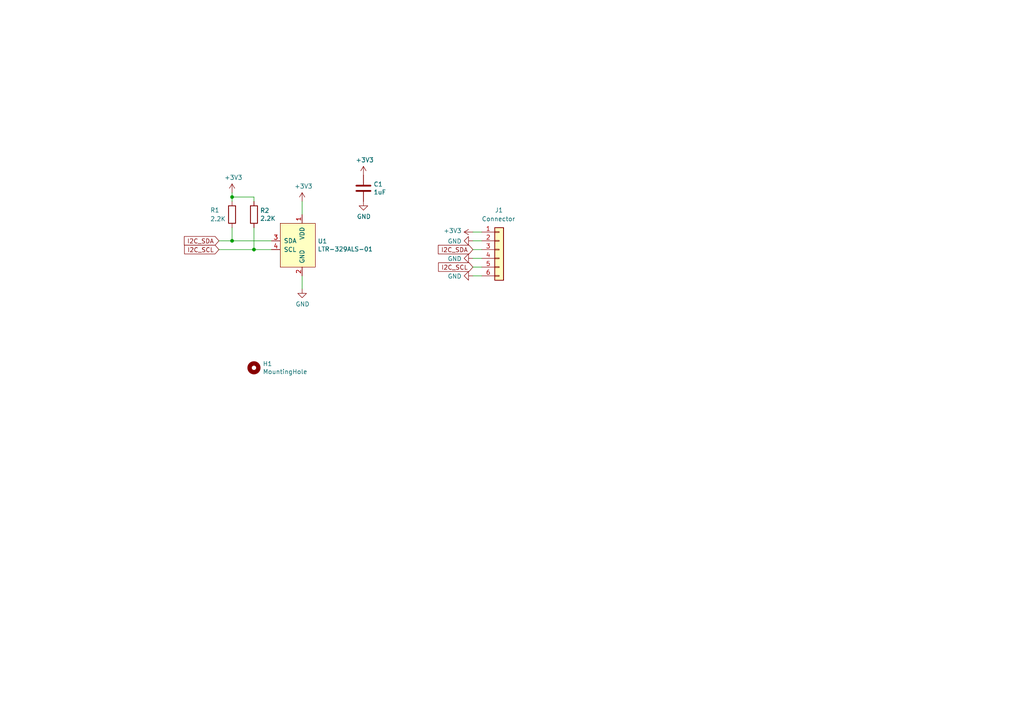
<source format=kicad_sch>
(kicad_sch (version 20211123) (generator eeschema)
  (paper "A4")
  (lib_symbols
    (symbol "Connector_Generic:Conn_01x06" (pin_names (offset 1.016) hide)
      (property "Reference" "J" (at 0 7.62 0))
      (property "Value" "Conn_01x06" (at 0 -10.16 0))
      (symbol "Conn_01x06_1_1"
        (rectangle (start -1.27 -7.493) (end 0 -7.747) (stroke (width 0.1524)))
        (rectangle (start -1.27 -4.953) (end 0 -5.207) (stroke (width 0.1524)))
        (rectangle (start -1.27 -2.413) (end 0 -2.667) (stroke (width 0.1524)))
        (rectangle (start -1.27 0.127) (end 0 -0.127) (stroke (width 0.1524)))
        (rectangle (start -1.27 2.667) (end 0 2.413) (stroke (width 0.1524)))
        (rectangle (start -1.27 5.207) (end 0 4.953) (stroke (width 0.1524)))
        (rectangle (start -1.27 6.35) (end 1.27 -8.89) (stroke (width 0.254)) (fill (type background)))
        (pin passive line (at -5.08 5.08 0) (length 3.81) (name "Pin_1") (number "1"))
        (pin passive line (at -5.08 2.54 0) (length 3.81) (name "Pin_2") (number "2"))
        (pin passive line (at -5.08 0 0) (length 3.81) (name "Pin_3") (number "3"))
        (pin passive line (at -5.08 -2.54 0) (length 3.81) (name "Pin_4") (number "4"))
        (pin passive line (at -5.08 -5.08 0) (length 3.81) (name "Pin_5") (number "5"))
        (pin passive line (at -5.08 -7.62 0) (length 3.81) (name "Pin_6") (number "6"))
      )
    )
    (symbol "Custom:LTR-329ALS-01" (pin_names (offset 1.016))
      (property "Reference" "U" (at -3.81 7.62 0))
      (property "Value" "Custom_LTR-329ALS-01" (at 0 -12.7 0))
      (symbol "LTR-329ALS-01_0_0"
        (pin power_in line (at 0 8.89 270) (length 2.54) (name "VDD") (number "1"))
        (pin power_in line (at 0 -8.89 90) (length 2.54) (name "GND") (number "2"))
        (pin bidirectional line (at -8.89 1.27 0) (length 2.54) (name "SDA") (number "3"))
        (pin input line (at -8.89 -1.27 0) (length 2.54) (name "SCL") (number "4"))
      )
      (symbol "LTR-329ALS-01_0_1"
        (rectangle (start -6.35 6.35) (end 3.81 -6.35) (fill (type background)))
      )
    )
    (symbol "Device:C" (pin_numbers hide) (pin_names (offset 0.254))
      (property "Reference" "C" (at 0.635 2.54 0))
      (property "Value" "C" (at 0.635 -2.54 0))
      (symbol "C_0_1"
        (polyline (pts (xy -2.032 -0.762) (xy 2.032 -0.762)) (stroke (width 0.508)))
        (polyline (pts (xy -2.032 0.762) (xy 2.032 0.762)) (stroke (width 0.508)))
      )
      (symbol "C_1_1"
        (pin passive line (at 0 3.81 270) (length 2.794) (name "~") (number "1"))
        (pin passive line (at 0 -3.81 90) (length 2.794) (name "~") (number "2"))
      )
    )
    (symbol "Device:R" (pin_numbers hide) (pin_names (offset 0))
      (property "Reference" "R" (at 2.032 0 90))
      (property "Value" "R" (at 0 0 90))
      (symbol "R_0_1"
        (rectangle (start -1.016 -2.54) (end 1.016 2.54) (stroke (width 0.254)))
      )
      (symbol "R_1_1"
        (pin passive line (at 0 3.81 270) (length 1.27) (name "~") (number "1"))
        (pin passive line (at 0 -3.81 90) (length 1.27) (name "~") (number "2"))
      )
    )
    (symbol "Mechanical:MountingHole" (pin_names (offset 1.016))
      (property "Reference" "H" (at 0 5.08 0))
      (property "Value" "MountingHole" (at 0 3.175 0))
      (symbol "MountingHole_0_1"
        (circle (center 0 0) (radius 1.27) (stroke (width 1.27)))
      )
    )
    (symbol "power:+3.3V" (power) (pin_names (offset 0))
      (property "Value" "+3.3V" (at 0 3.556 0))
      (symbol "+3.3V_0_1"
        (polyline (pts (xy -0.762 1.27) (xy 0 2.54)))
        (polyline (pts (xy 0 0) (xy 0 2.54)))
        (polyline (pts (xy 0 2.54) (xy 0.762 1.27)))
      )
      (symbol "+3.3V_1_1"
        (pin power_in line (at 0 0 90) (length 0) hide (name "+3V3") (number "1"))
      )
    )
    (symbol "power:GND" (power) (pin_names (offset 0))
      (property "Value" "GND" (at 0 -3.81 0))
      (symbol "GND_0_1"
        (polyline (pts (xy 0 0) (xy 0 -1.27) (xy 1.27 -1.27) (xy 0 -2.54) (xy -1.27 -1.27) (xy 0 -1.27)))
      )
      (symbol "GND_1_1"
        (pin power_in line (at 0 0 270) (length 0) hide (name "GND") (number "1"))
      )
    )
  )
  (junction (at 67.31 57.15))
  (junction (at 73.66 72.39))
  (junction (at 67.31 69.85))
  (wire (pts (xy 139.7 80.01) (xy 137.16 80.01)))
  (wire (pts (xy 137.16 77.47) (xy 139.7 77.47)))
  (wire (pts (xy 78.74 72.39) (xy 73.66 72.39)))
  (wire (pts (xy 67.31 66.04) (xy 67.31 69.85)))
  (wire (pts (xy 73.66 57.15) (xy 67.31 57.15)))
  (wire (pts (xy 87.63 83.82) (xy 87.63 80.01)))
  (wire (pts (xy 139.7 69.85) (xy 137.16 69.85)))
  (wire (pts (xy 67.31 58.42) (xy 67.31 57.15)))
  (wire (pts (xy 63.5 69.85) (xy 67.31 69.85)))
  (wire (pts (xy 87.63 62.23) (xy 87.63 58.42)))
  (wire (pts (xy 137.16 67.31) (xy 139.7 67.31)))
  (wire (pts (xy 73.66 58.42) (xy 73.66 57.15)))
  (wire (pts (xy 73.66 72.39) (xy 63.5 72.39)))
  (wire (pts (xy 73.66 66.04) (xy 73.66 72.39)))
  (wire (pts (xy 139.7 74.93) (xy 137.16 74.93)))
  (wire (pts (xy 67.31 57.15) (xy 67.31 55.88)))
  (wire (pts (xy 67.31 69.85) (xy 78.74 69.85)))
  (wire (pts (xy 137.16 72.39) (xy 139.7 72.39)))
  (global_label "I2C_SDA" (shape input) (at 63.5 69.85 180) (property "Intersheet References" "${INTERSHEET_REFS}" (effects hide)))
  (global_label "I2C_SCL" (shape input) (at 137.16 77.47 180) (property "Intersheet References" "${INTERSHEET_REFS}" (effects hide)))
  (global_label "I2C_SDA" (shape input) (at 137.16 72.39 180) (property "Intersheet References" "${INTERSHEET_REFS}" (effects hide)))
  (global_label "I2C_SCL" (shape input) (at 63.5 72.39 180) (property "Intersheet References" "${INTERSHEET_REFS}" (effects hide)))
  (symbol (lib_id "Connector_Generic:Conn_01x06") (at 144.78 72.39 0) (unit 1)
    (property "Reference" "J1" (at 143.51 60.96 0) (effects (justify left)))
    (property "Value" "Connector" (at 139.7 63.5 0) (effects (justify left)))
    (property "Footprint" "Custom:AFA07-S06FCA-00" (effects hide))
  )
  (symbol (lib_id "Custom:LTR-329ALS-01") (at 87.63 71.12 0) (unit 1)
    (property "Reference" "U1" (at 92.1512 69.9516 0) (effects (justify left)))
    (property "Value" "LTR-329ALS-01" (at 92.1512 72.263 0) (effects (justify left)))
    (property "Footprint" "Custom:LTR-329ALS-01" (effects hide))
    (property "Datasheet" "https://eu.mouser.com/datasheet/2/239/liteon_LTR-329ALS-01-1175539.pdf" (effects hide))
  )
  (symbol (lib_id "Device:C") (at 105.41 54.61 0) (unit 1)
    (property "Reference" "C1" (at 108.331 53.4416 0) (effects (justify left)))
    (property "Value" "1uF" (at 108.331 55.753 0) (effects (justify left)))
    (property "Footprint" "Capacitor_SMD:C_0805_2012Metric" (effects hide))
  )
  (symbol (lib_id "power:+3.3V") (at 87.63 58.42 0) (unit 1)
    (property "Reference" "#PWR0101" (effects hide))
    (property "Value" "+3.3V" (at 88.011 54.0258 0))
  )
  (symbol (lib_id "power:GND") (at 87.63 83.82 0) (unit 1)
    (property "Reference" "#PWR0102" (effects hide))
    (property "Value" "GND" (at 87.757 88.2142 0))
  )
  (symbol (lib_id "power:+3.3V") (at 105.41 50.8 0) (unit 1)
    (property "Reference" "#PWR0103" (effects hide))
    (property "Value" "+3.3V" (at 105.791 46.4058 0))
  )
  (symbol (lib_id "power:GND") (at 105.41 58.42 0) (unit 1)
    (property "Reference" "#PWR0105" (effects hide))
    (property "Value" "GND" (at 105.537 62.8142 0))
  )
  (symbol (lib_id "Mechanical:MountingHole") (at 73.66 106.68 0) (unit 1)
    (property "Reference" "H1" (at 76.2 105.5116 0) (effects (justify left)))
    (property "Value" "MountingHole" (at 76.2 107.823 0) (effects (justify left)))
    (property "Footprint" "MountingHole:MountingHole_3.2mm_M3_Pad_Via" (effects hide))
  )
  (symbol (lib_id "power:+3.3V") (at 137.16 67.31 90) (unit 1)
    (property "Reference" "#PWR0104" (effects hide))
    (property "Value" "+3.3V" (at 133.9088 66.929 90) (effects (justify left)))
  )
  (symbol (lib_id "power:GND") (at 137.16 69.85 270) (unit 1)
    (property "Reference" "#PWR0106" (effects hide))
    (property "Value" "GND" (at 133.9088 69.977 90) (effects (justify right)))
  )
  (symbol (lib_id "power:GND") (at 137.16 74.93 270) (unit 1)
    (property "Reference" "#PWR0107" (effects hide))
    (property "Value" "GND" (at 133.9088 75.057 90) (effects (justify right)))
  )
  (symbol (lib_id "power:GND") (at 137.16 80.01 270) (unit 1)
    (property "Reference" "#PWR0108" (effects hide))
    (property "Value" "GND" (at 133.9088 80.137 90) (effects (justify right)))
  )
  (symbol (lib_id "Device:R") (at 67.31 62.23 0) (unit 1)
    (property "Reference" "R1" (at 60.96 60.96 0) (effects (justify left)))
    (property "Value" "2.2K" (at 60.96 63.5 0) (effects (justify left)))
    (property "Footprint" "Resistor_SMD:R_1206_3216Metric" (effects hide))
  )
  (symbol (lib_id "Device:R") (at 73.66 62.23 0) (unit 1)
    (property "Reference" "R2" (at 75.438 61.0616 0) (effects (justify left)))
    (property "Value" "2.2K" (at 75.438 63.373 0) (effects (justify left)))
    (property "Footprint" "Resistor_SMD:R_1206_3216Metric" (effects hide))
  )
  (symbol (lib_id "power:+3.3V") (at 67.31 55.88 0) (unit 1)
    (property "Reference" "#PWR0109" (effects hide))
    (property "Value" "+3.3V" (at 67.691 51.4858 0))
  )
)
</source>
